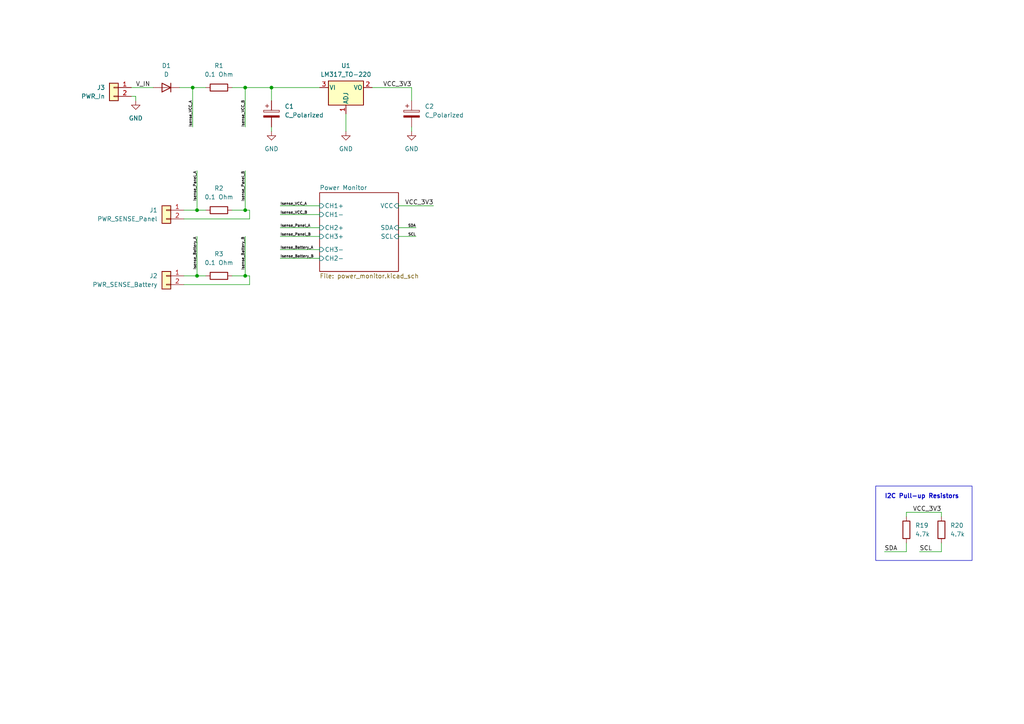
<source format=kicad_sch>
(kicad_sch (version 20230121) (generator eeschema)
  (paper "A4")
  (lib_symbols
    (symbol "Connector_Generic:Conn_01x02" (pin_names (offset 1.016) hide)
      (property "Reference" "J" (at 0 2.54 0))
      (property "Value" "Conn_01x02" (at 0 -5.08 0))
      (symbol "Conn_01x02_1_1"
        (rectangle (start -1.27 -2.413) (end 0 -2.667) (stroke (width 0.1524)))
        (rectangle (start -1.27 0.127) (end 0 -0.127) (stroke (width 0.1524)))
        (rectangle (start -1.27 1.27) (end 1.27 -3.81) (stroke (width 0.254)) (fill (type background)))
        (pin passive line (at -5.08 0 0) (length 3.81) (name "Pin_1") (number "1"))
        (pin passive line (at -5.08 -2.54 0) (length 3.81) (name "Pin_2") (number "2"))
      )
    )
    (symbol "Device:C_Polarized" (pin_numbers hide) (pin_names (offset 0.254))
      (property "Reference" "C" (at 0.635 2.54 0))
      (property "Value" "C_Polarized" (at 0.635 -2.54 0))
      (symbol "C_Polarized_0_1"
        (rectangle (start -2.286 0.508) (end 2.286 1.016))
        (polyline (pts (xy -1.778 2.286) (xy -0.762 2.286)))
        (polyline (pts (xy -1.27 2.794) (xy -1.27 1.778)))
        (rectangle (start 2.286 -0.508) (end -2.286 -1.016) (fill (type outline)))
      )
      (symbol "C_Polarized_1_1"
        (pin passive line (at 0 3.81 270) (length 2.794) (name "~") (number "1"))
        (pin passive line (at 0 -3.81 90) (length 2.794) (name "~") (number "2"))
      )
    )
    (symbol "Device:D" (pin_numbers hide) (pin_names (offset 1.016) hide)
      (property "Reference" "D" (at 0 2.54 0))
      (property "Value" "D" (at 0 -2.54 0))
      (symbol "D_0_1"
        (polyline (pts (xy -1.27 1.27) (xy -1.27 -1.27)) (stroke (width 0.254)))
        (polyline (pts (xy 1.27 0) (xy -1.27 0)))
        (polyline (pts (xy 1.27 1.27) (xy 1.27 -1.27) (xy -1.27 0) (xy 1.27 1.27)) (stroke (width 0.254)))
      )
      (symbol "D_1_1"
        (pin passive line (at -3.81 0 0) (length 2.54) (name "K") (number "1"))
        (pin passive line (at 3.81 0 180) (length 2.54) (name "A") (number "2"))
      )
    )
    (symbol "Device:R" (pin_numbers hide) (pin_names (offset 0))
      (property "Reference" "R" (at 2.032 0 90))
      (property "Value" "R" (at 0 0 90))
      (symbol "R_0_1"
        (rectangle (start -1.016 -2.54) (end 1.016 2.54) (stroke (width 0.254)))
      )
      (symbol "R_1_1"
        (pin passive line (at 0 3.81 270) (length 1.27) (name "~") (number "1"))
        (pin passive line (at 0 -3.81 90) (length 1.27) (name "~") (number "2"))
      )
    )
    (symbol "Regulator_Linear:LM317_TO-220" (pin_names (offset 0.254))
      (property "Reference" "U" (at -3.81 3.175 0))
      (property "Value" "LM317_TO-220" (at 0 3.175 0))
      (symbol "LM317_TO-220_0_1"
        (rectangle (start -5.08 1.905) (end 5.08 -5.08) (stroke (width 0.254)) (fill (type background)))
      )
      (symbol "LM317_TO-220_1_1"
        (pin input line (at 0 -7.62 90) (length 2.54) (name "ADJ") (number "1"))
        (pin power_out line (at 7.62 0 180) (length 2.54) (name "VO") (number "2"))
        (pin power_in line (at -7.62 0 0) (length 2.54) (name "VI") (number "3"))
      )
    )
    (symbol "power:GND" (power) (pin_names (offset 0))
      (property "Value" "GND" (at 0 -3.81 0))
      (symbol "GND_0_1"
        (polyline (pts (xy 0 0) (xy 0 -1.27) (xy 1.27 -1.27) (xy 0 -2.54) (xy -1.27 -1.27) (xy 0 -1.27)))
      )
      (symbol "GND_1_1"
        (pin power_in line (at 0 0 270) (length 0) hide (name "GND") (number "1"))
      )
    )
  )
  (junction (at 71.12 80.01))
  (junction (at 55.88 25.4))
  (junction (at 71.12 25.4))
  (junction (at 57.15 60.96))
  (junction (at 71.12 60.96))
  (junction (at 57.15 80.01))
  (junction (at 78.74 25.4))
  (wire (pts (xy 273.05 157.48) (xy 273.05 160.02)))
  (wire (pts (xy 72.39 63.5) (xy 53.34 63.5)))
  (wire (pts (xy 119.38 36.83) (xy 119.38 38.1)))
  (wire (pts (xy 38.1 27.94) (xy 39.37 27.94)))
  (wire (pts (xy 120.65 66.04) (xy 115.57 66.04)))
  (wire (pts (xy 53.34 82.55) (xy 72.39 82.55)))
  (wire (pts (xy 53.34 60.96) (xy 57.15 60.96)))
  (wire (pts (xy 92.71 66.04) (xy 81.28 66.04)))
  (wire (pts (xy 115.57 68.58) (xy 120.65 68.58)))
  (wire (pts (xy 55.88 25.4) (xy 59.69 25.4)))
  (wire (pts (xy 71.12 25.4) (xy 78.74 25.4)))
  (wire (pts (xy 67.31 25.4) (xy 71.12 25.4)))
  (wire (pts (xy 57.15 60.96) (xy 59.69 60.96)))
  (wire (pts (xy 52.07 25.4) (xy 55.88 25.4)))
  (wire (pts (xy 71.12 25.4) (xy 71.12 36.83)))
  (wire (pts (xy 72.39 80.01) (xy 72.39 82.55)))
  (wire (pts (xy 53.34 80.01) (xy 57.15 80.01)))
  (wire (pts (xy 92.71 72.39) (xy 81.28 72.39)))
  (wire (pts (xy 57.15 60.96) (xy 57.15 49.53)))
  (wire (pts (xy 57.15 80.01) (xy 59.69 80.01)))
  (wire (pts (xy 71.12 68.58) (xy 71.12 80.01)))
  (wire (pts (xy 273.05 149.86) (xy 273.05 148.59)))
  (wire (pts (xy 92.71 62.23) (xy 81.28 62.23)))
  (wire (pts (xy 57.15 80.01) (xy 57.15 68.58)))
  (wire (pts (xy 115.57 59.69) (xy 125.73 59.69)))
  (wire (pts (xy 266.7 160.02) (xy 273.05 160.02)))
  (wire (pts (xy 273.05 148.59) (xy 262.89 148.59)))
  (wire (pts (xy 119.38 25.4) (xy 119.38 29.21)))
  (wire (pts (xy 67.31 80.01) (xy 71.12 80.01)))
  (wire (pts (xy 71.12 49.53) (xy 71.12 60.96)))
  (wire (pts (xy 100.33 33.02) (xy 100.33 38.1)))
  (wire (pts (xy 81.28 68.58) (xy 92.71 68.58)))
  (wire (pts (xy 262.89 148.59) (xy 262.89 149.86)))
  (wire (pts (xy 92.71 59.69) (xy 81.28 59.69)))
  (wire (pts (xy 107.95 25.4) (xy 119.38 25.4)))
  (wire (pts (xy 78.74 36.83) (xy 78.74 38.1)))
  (wire (pts (xy 44.45 25.4) (xy 38.1 25.4)))
  (wire (pts (xy 55.88 25.4) (xy 55.88 36.83)))
  (wire (pts (xy 78.74 25.4) (xy 92.71 25.4)))
  (wire (pts (xy 262.89 157.48) (xy 262.89 160.02)))
  (wire (pts (xy 39.37 29.21) (xy 39.37 27.94)))
  (wire (pts (xy 71.12 80.01) (xy 72.39 80.01)))
  (wire (pts (xy 67.31 60.96) (xy 71.12 60.96)))
  (wire (pts (xy 256.54 160.02) (xy 262.89 160.02)))
  (wire (pts (xy 71.12 60.96) (xy 72.39 60.96)))
  (wire (pts (xy 72.39 60.96) (xy 72.39 63.5)))
  (wire (pts (xy 81.28 74.93) (xy 92.71 74.93)))
  (wire (pts (xy 78.74 25.4) (xy 78.74 29.21)))
  (rectangle (start 254 140.97) (end 281.94 162.56))
  (text "I2C Pull-up Resistors" (at 256.54 144.78 0) (effects (font (size 1.27 1.27) (thickness 0.254) bold) (justify left bottom)))
  (label "SDA" (at 120.65 66.04 180) (effects (font (size 0.762 0.762))))
  (label "Isense_Panel_A" (at 57.15 49.53 270) (effects (font (size 0.762 0.762))))
  (label "Isense_VCC_A" (at 55.88 36.83 90) (effects (font (size 0.762 0.762))))
  (label "Isense_VCC_A" (at 81.28 59.69 0) (effects (font (size 0.762 0.762))))
  (label "Isense_VCC_B" (at 71.12 36.83 90) (effects (font (size 0.762 0.762))))
  (label "Isense_VCC_B" (at 81.28 62.23 0) (effects (font (size 0.762 0.762))))
  (label "Isense_Battery_A" (at 81.28 72.39 0) (effects (font (size 0.762 0.762))))
  (label "VCC_3V3" (at 273.05 148.59 180))
  (label "SCL" (at 120.65 68.58 180) (effects (font (size 0.762 0.762))))
  (label "Isense_Panel_A" (at 81.28 66.04 0) (effects (font (size 0.762 0.762))))
  (label "Isense_Battery_B" (at 81.28 74.93 0) (effects (font (size 0.762 0.762))))
  (label "VCC_3V3" (at 119.38 25.4 180))
  (label "V_IN" (at 39.37 25.4 0))
  (label "Isense_Panel_B" (at 71.12 49.53 270) (effects (font (size 0.762 0.762))))
  (label "SCL" (at 266.7 160.02 0))
  (label "Isense_Battery_B" (at 71.12 68.58 270) (effects (font (size 0.762 0.762))))
  (label "SDA" (at 256.54 160.02 0))
  (label "VCC_3V3" (at 125.73 59.69 180))
  (label "Isense_Panel_B" (at 81.28 68.58 0) (effects (font (size 0.762 0.762))))
  (label "Isense_Battery_A" (at 57.15 68.58 270) (effects (font (size 0.762 0.762))))
  (symbol (lib_id "Device:R") (at 63.5 80.01 270) (unit 1)
    (property "Reference" "R3" (at 63.5 73.66 90))
    (property "Value" "0.1 Ohm" (at 63.5 76.2 90))
  )
  (symbol (lib_id "power:GND") (at 119.38 38.1 0) (unit 1)
    (property "Reference" "#PWR05" (effects hide))
    (property "Value" "GND" (at 119.38 43.18 0))
  )
  (symbol (lib_id "Device:C_Polarized") (at 78.74 33.02 0) (unit 1)
    (property "Reference" "C1" (at 82.55 30.861 0) (effects (justify left)))
    (property "Value" "C_Polarized" (at 82.55 33.401 0) (effects (justify left)))
  )
  (symbol (lib_id "Device:R") (at 63.5 25.4 270) (unit 1)
    (property "Reference" "R1" (at 63.5 19.05 90))
    (property "Value" "0.1 Ohm" (at 63.5 21.59 90))
  )
  (symbol (lib_id "Connector_Generic:Conn_01x02") (at 48.26 60.96 0) (mirror y) (unit 1)
    (property "Reference" "J1" (at 45.72 60.96 0) (effects (justify left)))
    (property "Value" "PWR_SENSE_Panel" (at 45.72 63.5 0) (effects (justify left)))
  )
  (symbol (lib_id "Device:R") (at 273.05 153.67 0) (unit 1)
    (property "Reference" "R20" (at 275.59 152.4 0) (effects (justify left)))
    (property "Value" "4.7k" (at 275.59 154.94 0) (effects (justify left)))
  )
  (symbol (lib_id "power:GND") (at 100.33 38.1 0) (unit 1)
    (property "Reference" "#PWR04" (effects hide))
    (property "Value" "GND" (at 100.33 43.18 0))
  )
  (symbol (lib_id "Regulator_Linear:LM317_TO-220") (at 100.33 25.4 0) (unit 1)
    (property "Reference" "U1" (at 100.33 19.05 0))
    (property "Value" "LM317_TO-220" (at 100.33 21.59 0))
    (property "Footprint" "Package_TO_SOT_THT:TO-220-3_Vertical" (effects hide))
    (property "Datasheet" "http://www.ti.com/lit/ds/symlink/lm317.pdf" (effects hide))
  )
  (symbol (lib_id "Connector_Generic:Conn_01x02") (at 48.26 80.01 0) (mirror y) (unit 1)
    (property "Reference" "J2" (at 45.72 80.01 0) (effects (justify left)))
    (property "Value" "PWR_SENSE_Battery" (at 45.72 82.55 0) (effects (justify left)))
  )
  (symbol (lib_id "Device:R") (at 262.89 153.67 0) (unit 1)
    (property "Reference" "R19" (at 265.43 152.4 0) (effects (justify left)))
    (property "Value" "4.7k" (at 265.43 154.94 0) (effects (justify left)))
  )
  (symbol (lib_id "Device:C_Polarized") (at 119.38 33.02 0) (unit 1)
    (property "Reference" "C2" (at 123.19 30.861 0) (effects (justify left)))
    (property "Value" "C_Polarized" (at 123.19 33.401 0) (effects (justify left)))
  )
  (symbol (lib_id "Device:R") (at 63.5 60.96 270) (unit 1)
    (property "Reference" "R2" (at 63.5 54.61 90))
    (property "Value" "0.1 Ohm" (at 63.5 57.15 90))
  )
  (symbol (lib_id "Device:D") (at 48.26 25.4 180) (unit 1)
    (property "Reference" "D1" (at 48.26 19.05 0))
    (property "Value" "D" (at 48.26 21.59 0))
    (property "Sim.Device" "D" (effects hide))
    (property "Sim.Pins" "1=K 2=A" (effects hide))
  )
  (symbol (lib_id "Connector_Generic:Conn_01x02") (at 33.02 25.4 0) (mirror y) (unit 1)
    (property "Reference" "J3" (at 30.48 25.4 0) (effects (justify left)))
    (property "Value" "PWR_In" (at 30.48 27.94 0) (effects (justify left)))
  )
  (symbol (lib_id "power:GND") (at 39.37 29.21 0) (unit 1)
    (property "Reference" "#PWR01" (effects hide))
    (property "Value" "GND" (at 39.37 34.29 0))
  )
  (symbol (lib_id "power:GND") (at 78.74 38.1 0) (unit 1)
    (property "Reference" "#PWR06" (effects hide))
    (property "Value" "GND" (at 78.74 43.18 0))
  )
  (sheet (at 92.71 55.88) (size 22.86 22.86) (stroke (width 0.1524))
    (property "Sheetname" "Power Monitor" (at 92.71 55.1684 0) (effects (justify left bottom)))
    (property "Sheetfile" "power_monitor.kicad_sch" (at 92.71 79.3246 0) (effects (justify left top)))
    (pin "VCC" input (at 115.57 59.69 0))
    (pin "CH1+" input (at 92.71 59.69 180))
    (pin "CH1-" input (at 92.71 62.23 180))
    (pin "CH2+" input (at 92.71 66.04 180))
    (pin "CH3+" input (at 92.71 68.58 180))
    (pin "CH3-" input (at 92.71 72.39 180))
    (pin "CH2-" input (at 92.71 74.93 180))
    (pin "SDA" input (at 115.57 66.04 0))
    (pin "SCL" input (at 115.57 68.58 0))
  )
)
</source>
